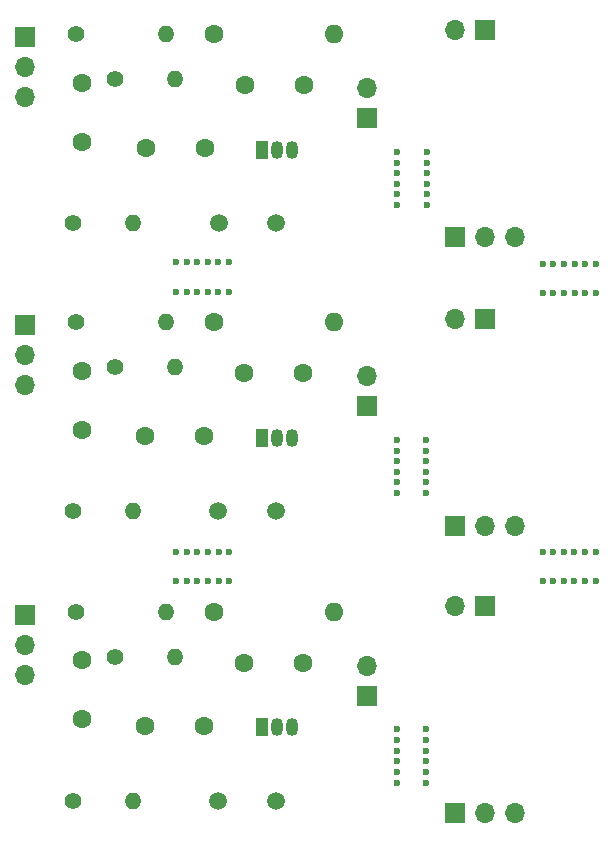
<source format=gbr>
%TF.GenerationSoftware,KiCad,Pcbnew,(6.0.4)*%
%TF.CreationDate,2022-07-15T22:22:15+03:00*%
%TF.ProjectId,panelized,70616e65-6c69-47a6-9564-2e6b69636164,rev?*%
%TF.SameCoordinates,Original*%
%TF.FileFunction,Soldermask,Bot*%
%TF.FilePolarity,Negative*%
%FSLAX46Y46*%
G04 Gerber Fmt 4.6, Leading zero omitted, Abs format (unit mm)*
G04 Created by KiCad (PCBNEW (6.0.4)) date 2022-07-15 22:22:15*
%MOMM*%
%LPD*%
G01*
G04 APERTURE LIST*
%ADD10C,0.600000*%
%ADD11R,1.700000X1.700000*%
%ADD12O,1.700000X1.700000*%
%ADD13C,1.400000*%
%ADD14O,1.400000X1.400000*%
%ADD15C,1.500000*%
%ADD16C,1.600000*%
%ADD17O,1.600000X1.600000*%
%ADD18R,1.050000X1.500000*%
%ADD19O,1.050000X1.500000*%
G04 APERTURE END LIST*
D10*
%TO.C,REF\u002A\u002A*%
X99797800Y-122707400D03*
X100697800Y-125196600D03*
X98897800Y-125196600D03*
X102497800Y-122707400D03*
X100697800Y-122707400D03*
X97997800Y-122707400D03*
X97997800Y-125196600D03*
X102497800Y-125196600D03*
X101597800Y-122707400D03*
X101597800Y-125196600D03*
X98897800Y-122707400D03*
X99797800Y-125196600D03*
%TD*%
%TO.C,REF\u002A\u002A*%
X99823200Y-98298000D03*
X100723200Y-100787200D03*
X98923200Y-100787200D03*
X102523200Y-98298000D03*
X100723200Y-98298000D03*
X98023200Y-98298000D03*
X98023200Y-100787200D03*
X102523200Y-100787200D03*
X101623200Y-98298000D03*
X101623200Y-100787200D03*
X98923200Y-98298000D03*
X99823200Y-100787200D03*
%TD*%
D11*
%TO.C,J2*%
X93094900Y-78508100D03*
D12*
X90554900Y-78508100D03*
%TD*%
D11*
%TO.C,J1*%
X90569900Y-96034100D03*
D12*
X93109900Y-96034100D03*
X95649900Y-96034100D03*
%TD*%
D11*
%TO.C,J1*%
X90563045Y-120488376D03*
D12*
X93103045Y-120488376D03*
X95643045Y-120488376D03*
%TD*%
D11*
%TO.C,J2*%
X93088045Y-102962376D03*
D12*
X90548045Y-102962376D03*
%TD*%
D10*
%TO.C,REF\u002A\u002A*%
X85702600Y-91540400D03*
X88191800Y-90640400D03*
X88191800Y-92440400D03*
X85702600Y-88840400D03*
X85702600Y-90640400D03*
X85702600Y-93340400D03*
X88191800Y-93340400D03*
X88191800Y-88840400D03*
X85702600Y-89740400D03*
X88191800Y-89740400D03*
X85702600Y-92440400D03*
X88191800Y-91540400D03*
%TD*%
D13*
%TO.C,L1*%
X58521600Y-78877494D03*
D14*
X66141600Y-78877494D03*
%TD*%
D11*
%TO.C,J2*%
X83159600Y-85994494D03*
D12*
X83159600Y-83454494D03*
%TD*%
D15*
%TO.C,Y1*%
X75449600Y-94879494D03*
X70569600Y-94879494D03*
%TD*%
D16*
%TO.C,C2*%
X77785600Y-83195494D03*
X72785600Y-83195494D03*
%TD*%
%TO.C,L2*%
X70205600Y-78877494D03*
D17*
X80365600Y-78877494D03*
%TD*%
D11*
%TO.C,J1*%
X54203600Y-79131494D03*
D12*
X54203600Y-81671494D03*
X54203600Y-84211494D03*
%TD*%
D13*
%TO.C,R1*%
X58267600Y-94879494D03*
D14*
X63347600Y-94879494D03*
%TD*%
D13*
%TO.C,RP1*%
X61823600Y-82687494D03*
D14*
X66903600Y-82687494D03*
%TD*%
D16*
%TO.C,C1*%
X59029600Y-87981494D03*
X59029600Y-82981494D03*
%TD*%
%TO.C,CP1*%
X64403600Y-88529494D03*
X69403600Y-88529494D03*
%TD*%
D18*
%TO.C,Q1*%
X74269600Y-88635494D03*
D19*
X75539600Y-88635494D03*
X76809600Y-88635494D03*
%TD*%
D10*
%TO.C,REF\u002A\u002A*%
X85651800Y-115924400D03*
X88141000Y-115024400D03*
X88141000Y-116824400D03*
X85651800Y-113224400D03*
X85651800Y-115024400D03*
X85651800Y-117724400D03*
X88141000Y-117724400D03*
X88141000Y-113224400D03*
X85651800Y-114124400D03*
X88141000Y-114124400D03*
X85651800Y-116824400D03*
X88141000Y-115924400D03*
%TD*%
%TO.C,REF\u002A\u002A*%
X68762000Y-98196400D03*
X69662000Y-100685600D03*
X67862000Y-100685600D03*
X71462000Y-98196400D03*
X69662000Y-98196400D03*
X66962000Y-98196400D03*
X66962000Y-100685600D03*
X71462000Y-100685600D03*
X70562000Y-98196400D03*
X70562000Y-100685600D03*
X67862000Y-98196400D03*
X68762000Y-100685600D03*
%TD*%
D13*
%TO.C,L1*%
X58470800Y-103261494D03*
D14*
X66090800Y-103261494D03*
%TD*%
D11*
%TO.C,J2*%
X83108800Y-110378494D03*
D12*
X83108800Y-107838494D03*
%TD*%
D15*
%TO.C,Y1*%
X75398800Y-119263494D03*
X70518800Y-119263494D03*
%TD*%
D16*
%TO.C,C2*%
X77734800Y-107579494D03*
X72734800Y-107579494D03*
%TD*%
%TO.C,L2*%
X70154800Y-103261494D03*
D17*
X80314800Y-103261494D03*
%TD*%
D11*
%TO.C,J1*%
X54152800Y-103515494D03*
D12*
X54152800Y-106055494D03*
X54152800Y-108595494D03*
%TD*%
D13*
%TO.C,R1*%
X58216800Y-119263494D03*
D14*
X63296800Y-119263494D03*
%TD*%
D13*
%TO.C,RP1*%
X61772800Y-107071494D03*
D14*
X66852800Y-107071494D03*
%TD*%
D16*
%TO.C,C1*%
X58978800Y-112365494D03*
X58978800Y-107365494D03*
%TD*%
%TO.C,CP1*%
X64352800Y-112913494D03*
X69352800Y-112913494D03*
%TD*%
D18*
%TO.C,Q1*%
X74218800Y-113019494D03*
D19*
X75488800Y-113019494D03*
X76758800Y-113019494D03*
%TD*%
D10*
%TO.C,REF\u002A\u002A*%
X85674200Y-140435400D03*
X88163400Y-139535400D03*
X88163400Y-141335400D03*
X85674200Y-137735400D03*
X85674200Y-139535400D03*
X85674200Y-142235400D03*
X88163400Y-142235400D03*
X88163400Y-137735400D03*
X85674200Y-138635400D03*
X88163400Y-138635400D03*
X85674200Y-141335400D03*
X88163400Y-140435400D03*
%TD*%
%TO.C,REF\u002A\u002A*%
X68784400Y-122707400D03*
X69684400Y-125196600D03*
X67884400Y-125196600D03*
X71484400Y-122707400D03*
X69684400Y-122707400D03*
X66984400Y-122707400D03*
X66984400Y-125196600D03*
X71484400Y-125196600D03*
X70584400Y-122707400D03*
X70584400Y-125196600D03*
X67884400Y-122707400D03*
X68784400Y-125196600D03*
%TD*%
D11*
%TO.C,J1*%
X54175200Y-128026494D03*
D12*
X54175200Y-130566494D03*
X54175200Y-133106494D03*
%TD*%
D16*
%TO.C,L2*%
X70177200Y-127772494D03*
D17*
X80337200Y-127772494D03*
%TD*%
D15*
%TO.C,Y1*%
X75421200Y-143774494D03*
X70541200Y-143774494D03*
%TD*%
D13*
%TO.C,L1*%
X58493200Y-127772494D03*
D14*
X66113200Y-127772494D03*
%TD*%
D16*
%TO.C,C2*%
X77757200Y-132090494D03*
X72757200Y-132090494D03*
%TD*%
D11*
%TO.C,J2*%
X83131200Y-134889494D03*
D12*
X83131200Y-132349494D03*
%TD*%
D16*
%TO.C,C1*%
X59001200Y-136876494D03*
X59001200Y-131876494D03*
%TD*%
D13*
%TO.C,R1*%
X58239200Y-143774494D03*
D14*
X63319200Y-143774494D03*
%TD*%
D18*
%TO.C,Q1*%
X74241200Y-137530494D03*
D19*
X75511200Y-137530494D03*
X76781200Y-137530494D03*
%TD*%
D16*
%TO.C,CP1*%
X64375200Y-137424494D03*
X69375200Y-137424494D03*
%TD*%
D13*
%TO.C,RP1*%
X61795200Y-131582494D03*
D14*
X66875200Y-131582494D03*
%TD*%
D11*
%TO.C,J2*%
X93093300Y-127272950D03*
D12*
X90553300Y-127272950D03*
%TD*%
D11*
%TO.C,J1*%
X90568300Y-144798950D03*
D12*
X93108300Y-144798950D03*
X95648300Y-144798950D03*
%TD*%
M02*

</source>
